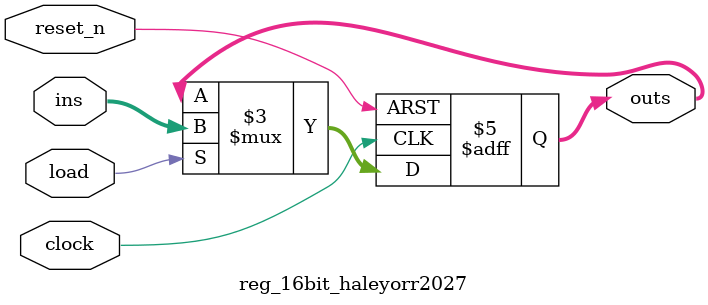
<source format=v>

module reg_16bit_haleyorr2027(clock,reset_n,load,ins, outs);
    input         clock;     // Register clock
    input         reset_n;   // Active-low reset
    input         load;      // Active-high load enable
    input  [15:0] ins;       // Parallel load input
    output reg [15:0] outs;  // Register output

    always @(posedge clock, negedge reset_n) begin
        if (!reset_n)
            outs <= 16'b0000000000000000;
        else if (load)
            outs <= ins;
    end

endmodule

</source>
